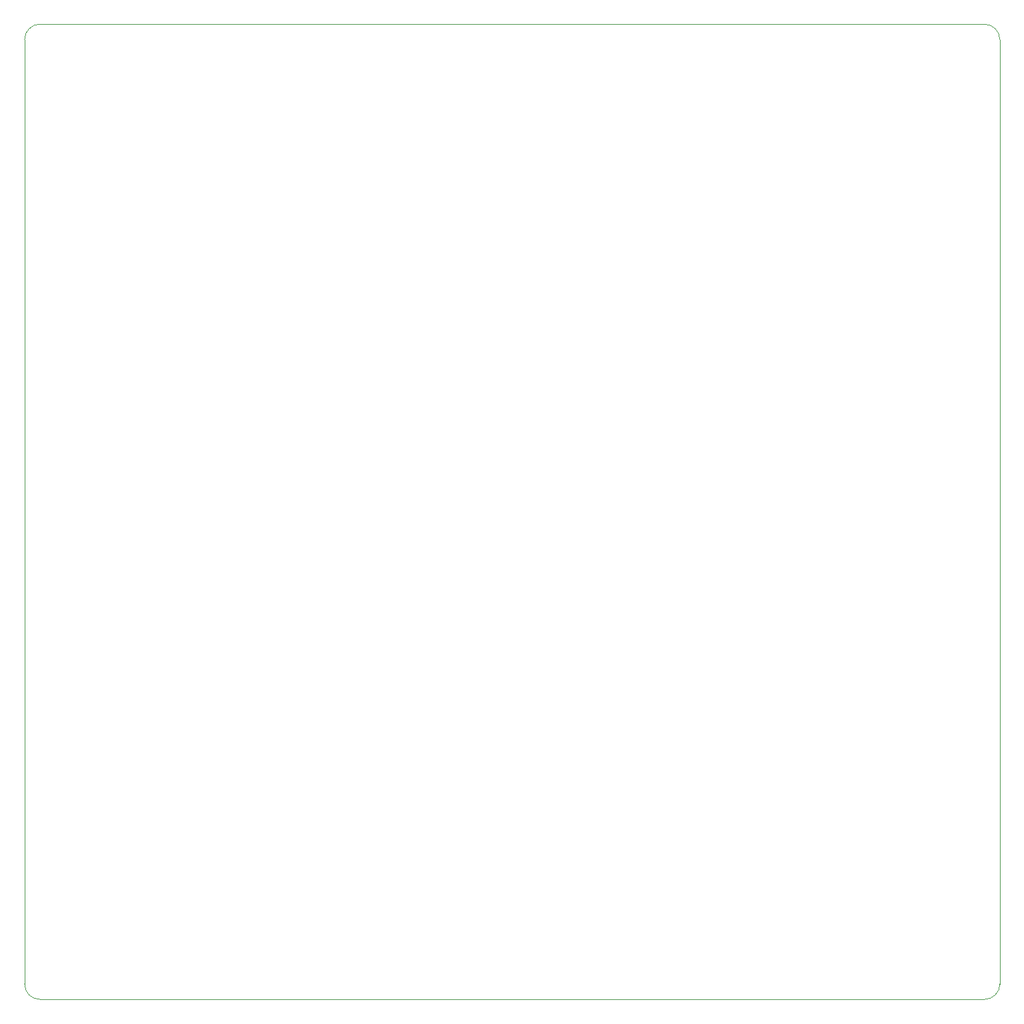
<source format=gbr>
%TF.GenerationSoftware,KiCad,Pcbnew,9.0.2*%
%TF.CreationDate,2025-06-05T18:46:37+02:00*%
%TF.ProjectId,morseboard-8088,6d6f7273-6562-46f6-9172-642d38303838,rev?*%
%TF.SameCoordinates,Original*%
%TF.FileFunction,Profile,NP*%
%FSLAX46Y46*%
G04 Gerber Fmt 4.6, Leading zero omitted, Abs format (unit mm)*
G04 Created by KiCad (PCBNEW 9.0.2) date 2025-06-05 18:46:37*
%MOMM*%
%LPD*%
G01*
G04 APERTURE LIST*
%TA.AperFunction,Profile*%
%ADD10C,0.050000*%
%TD*%
G04 APERTURE END LIST*
D10*
X27400000Y-153670000D02*
G75*
G02*
X25400000Y-151670000I0J2000000D01*
G01*
X25400000Y-28670000D02*
G75*
G02*
X27400000Y-26670000I2000000J0D01*
G01*
X152400000Y-151670000D02*
G75*
G02*
X150400000Y-153670000I-2000000J0D01*
G01*
X150400000Y-26670000D02*
G75*
G02*
X152400000Y-28670000I0J-2000000D01*
G01*
X25400000Y-151670000D02*
X25400000Y-28670000D01*
X150400000Y-153670000D02*
X27400000Y-153670000D01*
X27400000Y-26670000D02*
X150400000Y-26670000D01*
X152400000Y-28670000D02*
X152400000Y-151670000D01*
M02*

</source>
